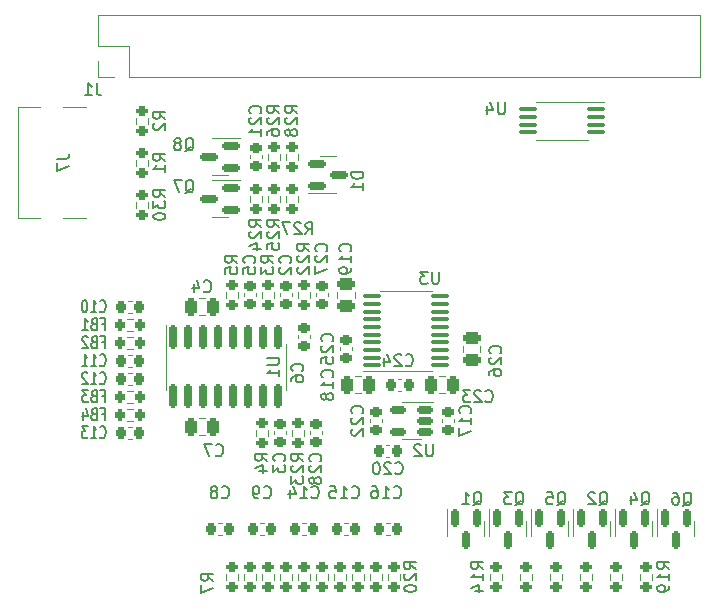
<source format=gbo>
G04 #@! TF.GenerationSoftware,KiCad,Pcbnew,(6.0.6)*
G04 #@! TF.CreationDate,2022-10-01T16:28:01+02:00*
G04 #@! TF.ProjectId,Phoniebox,50686f6e-6965-4626-9f78-2e6b69636164,rev?*
G04 #@! TF.SameCoordinates,Original*
G04 #@! TF.FileFunction,Legend,Bot*
G04 #@! TF.FilePolarity,Positive*
%FSLAX46Y46*%
G04 Gerber Fmt 4.6, Leading zero omitted, Abs format (unit mm)*
G04 Created by KiCad (PCBNEW (6.0.6)) date 2022-10-01 16:28:01*
%MOMM*%
%LPD*%
G01*
G04 APERTURE LIST*
G04 Aperture macros list*
%AMRoundRect*
0 Rectangle with rounded corners*
0 $1 Rounding radius*
0 $2 $3 $4 $5 $6 $7 $8 $9 X,Y pos of 4 corners*
0 Add a 4 corners polygon primitive as box body*
4,1,4,$2,$3,$4,$5,$6,$7,$8,$9,$2,$3,0*
0 Add four circle primitives for the rounded corners*
1,1,$1+$1,$2,$3*
1,1,$1+$1,$4,$5*
1,1,$1+$1,$6,$7*
1,1,$1+$1,$8,$9*
0 Add four rect primitives between the rounded corners*
20,1,$1+$1,$2,$3,$4,$5,0*
20,1,$1+$1,$4,$5,$6,$7,0*
20,1,$1+$1,$6,$7,$8,$9,0*
20,1,$1+$1,$8,$9,$2,$3,0*%
G04 Aperture macros list end*
%ADD10C,0.150000*%
%ADD11C,0.120000*%
%ADD12RoundRect,0.150000X0.512500X0.150000X-0.512500X0.150000X-0.512500X-0.150000X0.512500X-0.150000X0*%
%ADD13RoundRect,0.250000X-0.475000X0.250000X-0.475000X-0.250000X0.475000X-0.250000X0.475000X0.250000X0*%
%ADD14RoundRect,0.250000X-0.250000X-0.475000X0.250000X-0.475000X0.250000X0.475000X-0.250000X0.475000X0*%
%ADD15RoundRect,0.250000X0.475000X-0.250000X0.475000X0.250000X-0.475000X0.250000X-0.475000X-0.250000X0*%
%ADD16RoundRect,0.250000X0.250000X0.475000X-0.250000X0.475000X-0.250000X-0.475000X0.250000X-0.475000X0*%
%ADD17RoundRect,0.225000X-0.225000X-0.250000X0.225000X-0.250000X0.225000X0.250000X-0.225000X0.250000X0*%
%ADD18C,2.700000*%
%ADD19R,2.200000X2.200000*%
%ADD20C,2.200000*%
%ADD21R,1.700000X1.700000*%
%ADD22O,1.700000X1.700000*%
%ADD23RoundRect,0.225000X-0.250000X0.225000X-0.250000X-0.225000X0.250000X-0.225000X0.250000X0.225000X0*%
%ADD24RoundRect,0.200000X-0.275000X0.200000X-0.275000X-0.200000X0.275000X-0.200000X0.275000X0.200000X0*%
%ADD25RoundRect,0.150000X-0.150000X0.587500X-0.150000X-0.587500X0.150000X-0.587500X0.150000X0.587500X0*%
%ADD26RoundRect,0.100000X0.637500X0.100000X-0.637500X0.100000X-0.637500X-0.100000X0.637500X-0.100000X0*%
%ADD27RoundRect,0.200000X0.200000X0.275000X-0.200000X0.275000X-0.200000X-0.275000X0.200000X-0.275000X0*%
%ADD28RoundRect,0.200000X0.275000X-0.200000X0.275000X0.200000X-0.275000X0.200000X-0.275000X-0.200000X0*%
%ADD29RoundRect,0.100000X-0.637500X-0.100000X0.637500X-0.100000X0.637500X0.100000X-0.637500X0.100000X0*%
%ADD30RoundRect,0.225000X0.250000X-0.225000X0.250000X0.225000X-0.250000X0.225000X-0.250000X-0.225000X0*%
%ADD31RoundRect,0.150000X-0.150000X0.850000X-0.150000X-0.850000X0.150000X-0.850000X0.150000X0.850000X0*%
%ADD32RoundRect,0.225000X0.225000X0.250000X-0.225000X0.250000X-0.225000X-0.250000X0.225000X-0.250000X0*%
%ADD33RoundRect,0.150000X0.587500X0.150000X-0.587500X0.150000X-0.587500X-0.150000X0.587500X-0.150000X0*%
%ADD34C,0.650000*%
%ADD35R,1.450000X0.600000*%
%ADD36R,1.450000X0.300000*%
%ADD37O,2.100000X1.000000*%
%ADD38O,1.600000X1.000000*%
%ADD39RoundRect,0.150000X-0.587500X-0.150000X0.587500X-0.150000X0.587500X0.150000X-0.587500X0.150000X0*%
G04 APERTURE END LIST*
D10*
X135377811Y-81240380D02*
X135377811Y-82049904D01*
X135330192Y-82145142D01*
X135282573Y-82192761D01*
X135187335Y-82240380D01*
X134996859Y-82240380D01*
X134901621Y-82192761D01*
X134854002Y-82145142D01*
X134806383Y-82049904D01*
X134806383Y-81240380D01*
X134377811Y-81335619D02*
X134330192Y-81288000D01*
X134234954Y-81240380D01*
X133996859Y-81240380D01*
X133901621Y-81288000D01*
X133854002Y-81335619D01*
X133806383Y-81430857D01*
X133806383Y-81526095D01*
X133854002Y-81668952D01*
X134425430Y-82240380D01*
X133806383Y-82240380D01*
X141073142Y-73525142D02*
X141120761Y-73477523D01*
X141168380Y-73334666D01*
X141168380Y-73239428D01*
X141120761Y-73096571D01*
X141025523Y-73001333D01*
X140930285Y-72953714D01*
X140739809Y-72906095D01*
X140596952Y-72906095D01*
X140406476Y-72953714D01*
X140311238Y-73001333D01*
X140216000Y-73096571D01*
X140168380Y-73239428D01*
X140168380Y-73334666D01*
X140216000Y-73477523D01*
X140263619Y-73525142D01*
X140263619Y-73906095D02*
X140216000Y-73953714D01*
X140168380Y-74048952D01*
X140168380Y-74287047D01*
X140216000Y-74382285D01*
X140263619Y-74429904D01*
X140358857Y-74477523D01*
X140454095Y-74477523D01*
X140596952Y-74429904D01*
X141168380Y-73858476D01*
X141168380Y-74477523D01*
X140168380Y-75334666D02*
X140168380Y-75144190D01*
X140216000Y-75048952D01*
X140263619Y-75001333D01*
X140406476Y-74906095D01*
X140596952Y-74858476D01*
X140977904Y-74858476D01*
X141073142Y-74906095D01*
X141120761Y-74953714D01*
X141168380Y-75048952D01*
X141168380Y-75239428D01*
X141120761Y-75334666D01*
X141073142Y-75382285D01*
X140977904Y-75429904D01*
X140739809Y-75429904D01*
X140644571Y-75382285D01*
X140596952Y-75334666D01*
X140549333Y-75239428D01*
X140549333Y-75048952D01*
X140596952Y-74953714D01*
X140644571Y-74906095D01*
X140739809Y-74858476D01*
X139834857Y-77573142D02*
X139882476Y-77620761D01*
X140025333Y-77668380D01*
X140120571Y-77668380D01*
X140263428Y-77620761D01*
X140358666Y-77525523D01*
X140406285Y-77430285D01*
X140453904Y-77239809D01*
X140453904Y-77096952D01*
X140406285Y-76906476D01*
X140358666Y-76811238D01*
X140263428Y-76716000D01*
X140120571Y-76668380D01*
X140025333Y-76668380D01*
X139882476Y-76716000D01*
X139834857Y-76763619D01*
X139453904Y-76763619D02*
X139406285Y-76716000D01*
X139311047Y-76668380D01*
X139072952Y-76668380D01*
X138977714Y-76716000D01*
X138930095Y-76763619D01*
X138882476Y-76858857D01*
X138882476Y-76954095D01*
X138930095Y-77096952D01*
X139501523Y-77668380D01*
X138882476Y-77668380D01*
X138549142Y-76668380D02*
X137930095Y-76668380D01*
X138263428Y-77049333D01*
X138120571Y-77049333D01*
X138025333Y-77096952D01*
X137977714Y-77144571D01*
X137930095Y-77239809D01*
X137930095Y-77477904D01*
X137977714Y-77573142D01*
X138025333Y-77620761D01*
X138120571Y-77668380D01*
X138406285Y-77668380D01*
X138501523Y-77620761D01*
X138549142Y-77573142D01*
X128373142Y-64889142D02*
X128420761Y-64841523D01*
X128468380Y-64698666D01*
X128468380Y-64603428D01*
X128420761Y-64460571D01*
X128325523Y-64365333D01*
X128230285Y-64317714D01*
X128039809Y-64270095D01*
X127896952Y-64270095D01*
X127706476Y-64317714D01*
X127611238Y-64365333D01*
X127516000Y-64460571D01*
X127468380Y-64603428D01*
X127468380Y-64698666D01*
X127516000Y-64841523D01*
X127563619Y-64889142D01*
X128468380Y-65841523D02*
X128468380Y-65270095D01*
X128468380Y-65555809D02*
X127468380Y-65555809D01*
X127611238Y-65460571D01*
X127706476Y-65365333D01*
X127754095Y-65270095D01*
X128468380Y-66317714D02*
X128468380Y-66508190D01*
X128420761Y-66603428D01*
X128373142Y-66651047D01*
X128230285Y-66746285D01*
X128039809Y-66793904D01*
X127658857Y-66793904D01*
X127563619Y-66746285D01*
X127516000Y-66698666D01*
X127468380Y-66603428D01*
X127468380Y-66412952D01*
X127516000Y-66317714D01*
X127563619Y-66270095D01*
X127658857Y-66222476D01*
X127896952Y-66222476D01*
X127992190Y-66270095D01*
X128039809Y-66317714D01*
X128087428Y-66412952D01*
X128087428Y-66603428D01*
X128039809Y-66698666D01*
X127992190Y-66746285D01*
X127896952Y-66793904D01*
X126849142Y-75557142D02*
X126896761Y-75509523D01*
X126944380Y-75366666D01*
X126944380Y-75271428D01*
X126896761Y-75128571D01*
X126801523Y-75033333D01*
X126706285Y-74985714D01*
X126515809Y-74938095D01*
X126372952Y-74938095D01*
X126182476Y-74985714D01*
X126087238Y-75033333D01*
X125992000Y-75128571D01*
X125944380Y-75271428D01*
X125944380Y-75366666D01*
X125992000Y-75509523D01*
X126039619Y-75557142D01*
X126944380Y-76509523D02*
X126944380Y-75938095D01*
X126944380Y-76223809D02*
X125944380Y-76223809D01*
X126087238Y-76128571D01*
X126182476Y-76033333D01*
X126230095Y-75938095D01*
X126372952Y-77080952D02*
X126325333Y-76985714D01*
X126277714Y-76938095D01*
X126182476Y-76890476D01*
X126134857Y-76890476D01*
X126039619Y-76938095D01*
X125992000Y-76985714D01*
X125944380Y-77080952D01*
X125944380Y-77271428D01*
X125992000Y-77366666D01*
X126039619Y-77414285D01*
X126134857Y-77461904D01*
X126182476Y-77461904D01*
X126277714Y-77414285D01*
X126325333Y-77366666D01*
X126372952Y-77271428D01*
X126372952Y-77080952D01*
X126420571Y-76985714D01*
X126468190Y-76938095D01*
X126563428Y-76890476D01*
X126753904Y-76890476D01*
X126849142Y-76938095D01*
X126896761Y-76985714D01*
X126944380Y-77080952D01*
X126944380Y-77271428D01*
X126896761Y-77366666D01*
X126849142Y-77414285D01*
X126753904Y-77461904D01*
X126563428Y-77461904D01*
X126468190Y-77414285D01*
X126420571Y-77366666D01*
X126372952Y-77271428D01*
X107194285Y-80621142D02*
X107232380Y-80668761D01*
X107346666Y-80716380D01*
X107422857Y-80716380D01*
X107537142Y-80668761D01*
X107613333Y-80573523D01*
X107651428Y-80478285D01*
X107689523Y-80287809D01*
X107689523Y-80144952D01*
X107651428Y-79954476D01*
X107613333Y-79859238D01*
X107537142Y-79764000D01*
X107422857Y-79716380D01*
X107346666Y-79716380D01*
X107232380Y-79764000D01*
X107194285Y-79811619D01*
X106432380Y-80716380D02*
X106889523Y-80716380D01*
X106660952Y-80716380D02*
X106660952Y-79716380D01*
X106737142Y-79859238D01*
X106813333Y-79954476D01*
X106889523Y-80002095D01*
X106165714Y-79716380D02*
X105670476Y-79716380D01*
X105937142Y-80097333D01*
X105822857Y-80097333D01*
X105746666Y-80144952D01*
X105708571Y-80192571D01*
X105670476Y-80287809D01*
X105670476Y-80525904D01*
X105708571Y-80621142D01*
X105746666Y-80668761D01*
X105822857Y-80716380D01*
X106051428Y-80716380D01*
X106127619Y-80668761D01*
X106165714Y-80621142D01*
X107194285Y-76049142D02*
X107232380Y-76096761D01*
X107346666Y-76144380D01*
X107422857Y-76144380D01*
X107537142Y-76096761D01*
X107613333Y-76001523D01*
X107651428Y-75906285D01*
X107689523Y-75715809D01*
X107689523Y-75572952D01*
X107651428Y-75382476D01*
X107613333Y-75287238D01*
X107537142Y-75192000D01*
X107422857Y-75144380D01*
X107346666Y-75144380D01*
X107232380Y-75192000D01*
X107194285Y-75239619D01*
X106432380Y-76144380D02*
X106889523Y-76144380D01*
X106660952Y-76144380D02*
X106660952Y-75144380D01*
X106737142Y-75287238D01*
X106813333Y-75382476D01*
X106889523Y-75430095D01*
X106127619Y-75239619D02*
X106089523Y-75192000D01*
X106013333Y-75144380D01*
X105822857Y-75144380D01*
X105746666Y-75192000D01*
X105708571Y-75239619D01*
X105670476Y-75334857D01*
X105670476Y-75430095D01*
X105708571Y-75572952D01*
X106165714Y-76144380D01*
X105670476Y-76144380D01*
X107194285Y-74525142D02*
X107232380Y-74572761D01*
X107346666Y-74620380D01*
X107422857Y-74620380D01*
X107537142Y-74572761D01*
X107613333Y-74477523D01*
X107651428Y-74382285D01*
X107689523Y-74191809D01*
X107689523Y-74048952D01*
X107651428Y-73858476D01*
X107613333Y-73763238D01*
X107537142Y-73668000D01*
X107422857Y-73620380D01*
X107346666Y-73620380D01*
X107232380Y-73668000D01*
X107194285Y-73715619D01*
X106432380Y-74620380D02*
X106889523Y-74620380D01*
X106660952Y-74620380D02*
X106660952Y-73620380D01*
X106737142Y-73763238D01*
X106813333Y-73858476D01*
X106889523Y-73906095D01*
X105670476Y-74620380D02*
X106127619Y-74620380D01*
X105899047Y-74620380D02*
X105899047Y-73620380D01*
X105975238Y-73763238D01*
X106051428Y-73858476D01*
X106127619Y-73906095D01*
X107194285Y-69953142D02*
X107232380Y-70000761D01*
X107346666Y-70048380D01*
X107422857Y-70048380D01*
X107537142Y-70000761D01*
X107613333Y-69905523D01*
X107651428Y-69810285D01*
X107689523Y-69619809D01*
X107689523Y-69476952D01*
X107651428Y-69286476D01*
X107613333Y-69191238D01*
X107537142Y-69096000D01*
X107422857Y-69048380D01*
X107346666Y-69048380D01*
X107232380Y-69096000D01*
X107194285Y-69143619D01*
X106432380Y-70048380D02*
X106889523Y-70048380D01*
X106660952Y-70048380D02*
X106660952Y-69048380D01*
X106737142Y-69191238D01*
X106813333Y-69286476D01*
X106889523Y-69334095D01*
X105937142Y-69048380D02*
X105860952Y-69048380D01*
X105784761Y-69096000D01*
X105746666Y-69143619D01*
X105708571Y-69238857D01*
X105670476Y-69429333D01*
X105670476Y-69667428D01*
X105708571Y-69857904D01*
X105746666Y-69953142D01*
X105784761Y-70000761D01*
X105860952Y-70048380D01*
X105937142Y-70048380D01*
X106013333Y-70000761D01*
X106051428Y-69953142D01*
X106089523Y-69857904D01*
X106127619Y-69667428D01*
X106127619Y-69429333D01*
X106089523Y-69238857D01*
X106051428Y-69143619D01*
X106013333Y-69096000D01*
X105937142Y-69048380D01*
X117006666Y-82145142D02*
X117054285Y-82192761D01*
X117197142Y-82240380D01*
X117292380Y-82240380D01*
X117435238Y-82192761D01*
X117530476Y-82097523D01*
X117578095Y-82002285D01*
X117625714Y-81811809D01*
X117625714Y-81668952D01*
X117578095Y-81478476D01*
X117530476Y-81383238D01*
X117435238Y-81288000D01*
X117292380Y-81240380D01*
X117197142Y-81240380D01*
X117054285Y-81288000D01*
X117006666Y-81335619D01*
X116673333Y-81240380D02*
X116006666Y-81240380D01*
X116435238Y-82240380D01*
X115990666Y-68273142D02*
X116038285Y-68320761D01*
X116181142Y-68368380D01*
X116276380Y-68368380D01*
X116419238Y-68320761D01*
X116514476Y-68225523D01*
X116562095Y-68130285D01*
X116609714Y-67939809D01*
X116609714Y-67796952D01*
X116562095Y-67606476D01*
X116514476Y-67511238D01*
X116419238Y-67416000D01*
X116276380Y-67368380D01*
X116181142Y-67368380D01*
X116038285Y-67416000D01*
X115990666Y-67463619D01*
X115133523Y-67701714D02*
X115133523Y-68368380D01*
X115371619Y-67320761D02*
X115609714Y-68035047D01*
X114990666Y-68035047D01*
X106937333Y-50684380D02*
X106937333Y-51398666D01*
X106984952Y-51541523D01*
X107080190Y-51636761D01*
X107223047Y-51684380D01*
X107318285Y-51684380D01*
X105937333Y-51684380D02*
X106508761Y-51684380D01*
X106223047Y-51684380D02*
X106223047Y-50684380D01*
X106318285Y-50827238D01*
X106413523Y-50922476D01*
X106508761Y-50970095D01*
X124309142Y-75017333D02*
X124356761Y-74969714D01*
X124404380Y-74826857D01*
X124404380Y-74731619D01*
X124356761Y-74588761D01*
X124261523Y-74493523D01*
X124166285Y-74445904D01*
X123975809Y-74398285D01*
X123832952Y-74398285D01*
X123642476Y-74445904D01*
X123547238Y-74493523D01*
X123452000Y-74588761D01*
X123404380Y-74731619D01*
X123404380Y-74826857D01*
X123452000Y-74969714D01*
X123499619Y-75017333D01*
X123404380Y-75874476D02*
X123404380Y-75684000D01*
X123452000Y-75588761D01*
X123499619Y-75541142D01*
X123642476Y-75445904D01*
X123832952Y-75398285D01*
X124213904Y-75398285D01*
X124309142Y-75445904D01*
X124356761Y-75493523D01*
X124404380Y-75588761D01*
X124404380Y-75779238D01*
X124356761Y-75874476D01*
X124309142Y-75922095D01*
X124213904Y-75969714D01*
X123975809Y-75969714D01*
X123880571Y-75922095D01*
X123832952Y-75874476D01*
X123785333Y-75779238D01*
X123785333Y-75588761D01*
X123832952Y-75493523D01*
X123880571Y-75445904D01*
X123975809Y-75398285D01*
X122372380Y-53205142D02*
X121896190Y-52871809D01*
X122372380Y-52633714D02*
X121372380Y-52633714D01*
X121372380Y-53014666D01*
X121420000Y-53109904D01*
X121467619Y-53157523D01*
X121562857Y-53205142D01*
X121705714Y-53205142D01*
X121800952Y-53157523D01*
X121848571Y-53109904D01*
X121896190Y-53014666D01*
X121896190Y-52633714D01*
X121467619Y-53586095D02*
X121420000Y-53633714D01*
X121372380Y-53728952D01*
X121372380Y-53967047D01*
X121420000Y-54062285D01*
X121467619Y-54109904D01*
X121562857Y-54157523D01*
X121658095Y-54157523D01*
X121800952Y-54109904D01*
X122372380Y-53538476D01*
X122372380Y-54157523D01*
X121372380Y-55014666D02*
X121372380Y-54824190D01*
X121420000Y-54728952D01*
X121467619Y-54681333D01*
X121610476Y-54586095D01*
X121800952Y-54538476D01*
X122181904Y-54538476D01*
X122277142Y-54586095D01*
X122324761Y-54633714D01*
X122372380Y-54728952D01*
X122372380Y-54919428D01*
X122324761Y-55014666D01*
X122277142Y-55062285D01*
X122181904Y-55109904D01*
X121943809Y-55109904D01*
X121848571Y-55062285D01*
X121800952Y-55014666D01*
X121753333Y-54919428D01*
X121753333Y-54728952D01*
X121800952Y-54633714D01*
X121848571Y-54586095D01*
X121943809Y-54538476D01*
X126341142Y-64889142D02*
X126388761Y-64841523D01*
X126436380Y-64698666D01*
X126436380Y-64603428D01*
X126388761Y-64460571D01*
X126293523Y-64365333D01*
X126198285Y-64317714D01*
X126007809Y-64270095D01*
X125864952Y-64270095D01*
X125674476Y-64317714D01*
X125579238Y-64365333D01*
X125484000Y-64460571D01*
X125436380Y-64603428D01*
X125436380Y-64698666D01*
X125484000Y-64841523D01*
X125531619Y-64889142D01*
X125531619Y-65270095D02*
X125484000Y-65317714D01*
X125436380Y-65412952D01*
X125436380Y-65651047D01*
X125484000Y-65746285D01*
X125531619Y-65793904D01*
X125626857Y-65841523D01*
X125722095Y-65841523D01*
X125864952Y-65793904D01*
X126436380Y-65222476D01*
X126436380Y-65841523D01*
X125436380Y-66174857D02*
X125436380Y-66841523D01*
X126436380Y-66412952D01*
X142335238Y-86399619D02*
X142430476Y-86352000D01*
X142525714Y-86256761D01*
X142668571Y-86113904D01*
X142763809Y-86066285D01*
X142859047Y-86066285D01*
X142811428Y-86304380D02*
X142906666Y-86256761D01*
X143001904Y-86161523D01*
X143049523Y-85971047D01*
X143049523Y-85637714D01*
X143001904Y-85447238D01*
X142906666Y-85352000D01*
X142811428Y-85304380D01*
X142620952Y-85304380D01*
X142525714Y-85352000D01*
X142430476Y-85447238D01*
X142382857Y-85637714D01*
X142382857Y-85971047D01*
X142430476Y-86161523D01*
X142525714Y-86256761D01*
X142620952Y-86304380D01*
X142811428Y-86304380D01*
X142049523Y-85304380D02*
X141430476Y-85304380D01*
X141763809Y-85685333D01*
X141620952Y-85685333D01*
X141525714Y-85732952D01*
X141478095Y-85780571D01*
X141430476Y-85875809D01*
X141430476Y-86113904D01*
X141478095Y-86209142D01*
X141525714Y-86256761D01*
X141620952Y-86304380D01*
X141906666Y-86304380D01*
X142001904Y-86256761D01*
X142049523Y-86209142D01*
X141477904Y-52284380D02*
X141477904Y-53093904D01*
X141430285Y-53189142D01*
X141382666Y-53236761D01*
X141287428Y-53284380D01*
X141096952Y-53284380D01*
X141001714Y-53236761D01*
X140954095Y-53189142D01*
X140906476Y-53093904D01*
X140906476Y-52284380D01*
X140001714Y-52617714D02*
X140001714Y-53284380D01*
X140239809Y-52236761D02*
X140477904Y-52951047D01*
X139858857Y-52951047D01*
X120245142Y-65873333D02*
X120292761Y-65825714D01*
X120340380Y-65682857D01*
X120340380Y-65587619D01*
X120292761Y-65444761D01*
X120197523Y-65349523D01*
X120102285Y-65301904D01*
X119911809Y-65254285D01*
X119768952Y-65254285D01*
X119578476Y-65301904D01*
X119483238Y-65349523D01*
X119388000Y-65444761D01*
X119340380Y-65587619D01*
X119340380Y-65682857D01*
X119388000Y-65825714D01*
X119435619Y-65873333D01*
X119340380Y-66778095D02*
X119340380Y-66301904D01*
X119816571Y-66254285D01*
X119768952Y-66301904D01*
X119721333Y-66397142D01*
X119721333Y-66635238D01*
X119768952Y-66730476D01*
X119816571Y-66778095D01*
X119911809Y-66825714D01*
X120149904Y-66825714D01*
X120245142Y-66778095D01*
X120292761Y-66730476D01*
X120340380Y-66635238D01*
X120340380Y-66397142D01*
X120292761Y-66301904D01*
X120245142Y-66254285D01*
X107346666Y-78668571D02*
X107613333Y-78668571D01*
X107613333Y-79192380D02*
X107613333Y-78192380D01*
X107232380Y-78192380D01*
X106660952Y-78668571D02*
X106546666Y-78716190D01*
X106508571Y-78763809D01*
X106470476Y-78859047D01*
X106470476Y-79001904D01*
X106508571Y-79097142D01*
X106546666Y-79144761D01*
X106622857Y-79192380D01*
X106927619Y-79192380D01*
X106927619Y-78192380D01*
X106660952Y-78192380D01*
X106584761Y-78240000D01*
X106546666Y-78287619D01*
X106508571Y-78382857D01*
X106508571Y-78478095D01*
X106546666Y-78573333D01*
X106584761Y-78620952D01*
X106660952Y-78668571D01*
X106927619Y-78668571D01*
X105784761Y-78525714D02*
X105784761Y-79192380D01*
X105975238Y-78144761D02*
X106165714Y-78859047D01*
X105670476Y-78859047D01*
X112720380Y-60317142D02*
X112244190Y-59983809D01*
X112720380Y-59745714D02*
X111720380Y-59745714D01*
X111720380Y-60126666D01*
X111768000Y-60221904D01*
X111815619Y-60269523D01*
X111910857Y-60317142D01*
X112053714Y-60317142D01*
X112148952Y-60269523D01*
X112196571Y-60221904D01*
X112244190Y-60126666D01*
X112244190Y-59745714D01*
X111720380Y-60650476D02*
X111720380Y-61269523D01*
X112101333Y-60936190D01*
X112101333Y-61079047D01*
X112148952Y-61174285D01*
X112196571Y-61221904D01*
X112291809Y-61269523D01*
X112529904Y-61269523D01*
X112625142Y-61221904D01*
X112672761Y-61174285D01*
X112720380Y-61079047D01*
X112720380Y-60793333D01*
X112672761Y-60698095D01*
X112625142Y-60650476D01*
X111720380Y-61888571D02*
X111720380Y-61983809D01*
X111768000Y-62079047D01*
X111815619Y-62126666D01*
X111910857Y-62174285D01*
X112101333Y-62221904D01*
X112339428Y-62221904D01*
X112529904Y-62174285D01*
X112625142Y-62126666D01*
X112672761Y-62079047D01*
X112720380Y-61983809D01*
X112720380Y-61888571D01*
X112672761Y-61793333D01*
X112625142Y-61745714D01*
X112529904Y-61698095D01*
X112339428Y-61650476D01*
X112101333Y-61650476D01*
X111910857Y-61698095D01*
X111815619Y-61745714D01*
X111768000Y-61793333D01*
X111720380Y-61888571D01*
X112720380Y-53681333D02*
X112244190Y-53348000D01*
X112720380Y-53109904D02*
X111720380Y-53109904D01*
X111720380Y-53490857D01*
X111768000Y-53586095D01*
X111815619Y-53633714D01*
X111910857Y-53681333D01*
X112053714Y-53681333D01*
X112148952Y-53633714D01*
X112196571Y-53586095D01*
X112244190Y-53490857D01*
X112244190Y-53109904D01*
X111815619Y-54062285D02*
X111768000Y-54109904D01*
X111720380Y-54205142D01*
X111720380Y-54443238D01*
X111768000Y-54538476D01*
X111815619Y-54586095D01*
X111910857Y-54633714D01*
X112006095Y-54633714D01*
X112148952Y-54586095D01*
X112720380Y-54014666D01*
X112720380Y-54633714D01*
X156559238Y-86434619D02*
X156654476Y-86387000D01*
X156749714Y-86291761D01*
X156892571Y-86148904D01*
X156987809Y-86101285D01*
X157083047Y-86101285D01*
X157035428Y-86339380D02*
X157130666Y-86291761D01*
X157225904Y-86196523D01*
X157273523Y-86006047D01*
X157273523Y-85672714D01*
X157225904Y-85482238D01*
X157130666Y-85387000D01*
X157035428Y-85339380D01*
X156844952Y-85339380D01*
X156749714Y-85387000D01*
X156654476Y-85482238D01*
X156606857Y-85672714D01*
X156606857Y-86006047D01*
X156654476Y-86196523D01*
X156749714Y-86291761D01*
X156844952Y-86339380D01*
X157035428Y-86339380D01*
X155749714Y-85339380D02*
X155940190Y-85339380D01*
X156035428Y-85387000D01*
X156083047Y-85434619D01*
X156178285Y-85577476D01*
X156225904Y-85767952D01*
X156225904Y-86148904D01*
X156178285Y-86244142D01*
X156130666Y-86291761D01*
X156035428Y-86339380D01*
X155844952Y-86339380D01*
X155749714Y-86291761D01*
X155702095Y-86244142D01*
X155654476Y-86148904D01*
X155654476Y-85910809D01*
X155702095Y-85815571D01*
X155749714Y-85767952D01*
X155844952Y-85720333D01*
X156035428Y-85720333D01*
X156130666Y-85767952D01*
X156178285Y-85815571D01*
X156225904Y-85910809D01*
X155392380Y-91813142D02*
X154916190Y-91479809D01*
X155392380Y-91241714D02*
X154392380Y-91241714D01*
X154392380Y-91622666D01*
X154440000Y-91717904D01*
X154487619Y-91765523D01*
X154582857Y-91813142D01*
X154725714Y-91813142D01*
X154820952Y-91765523D01*
X154868571Y-91717904D01*
X154916190Y-91622666D01*
X154916190Y-91241714D01*
X155392380Y-92765523D02*
X155392380Y-92194095D01*
X155392380Y-92479809D02*
X154392380Y-92479809D01*
X154535238Y-92384571D01*
X154630476Y-92289333D01*
X154678095Y-92194095D01*
X155392380Y-93241714D02*
X155392380Y-93432190D01*
X155344761Y-93527428D01*
X155297142Y-93575047D01*
X155154285Y-93670285D01*
X154963809Y-93717904D01*
X154582857Y-93717904D01*
X154487619Y-93670285D01*
X154440000Y-93622666D01*
X154392380Y-93527428D01*
X154392380Y-93336952D01*
X154440000Y-93241714D01*
X154487619Y-93194095D01*
X154582857Y-93146476D01*
X154820952Y-93146476D01*
X154916190Y-93194095D01*
X154963809Y-93241714D01*
X155011428Y-93336952D01*
X155011428Y-93527428D01*
X154963809Y-93622666D01*
X154916190Y-93670285D01*
X154820952Y-93717904D01*
X107346666Y-72572571D02*
X107613333Y-72572571D01*
X107613333Y-73096380D02*
X107613333Y-72096380D01*
X107232380Y-72096380D01*
X106660952Y-72572571D02*
X106546666Y-72620190D01*
X106508571Y-72667809D01*
X106470476Y-72763047D01*
X106470476Y-72905904D01*
X106508571Y-73001142D01*
X106546666Y-73048761D01*
X106622857Y-73096380D01*
X106927619Y-73096380D01*
X106927619Y-72096380D01*
X106660952Y-72096380D01*
X106584761Y-72144000D01*
X106546666Y-72191619D01*
X106508571Y-72286857D01*
X106508571Y-72382095D01*
X106546666Y-72477333D01*
X106584761Y-72524952D01*
X106660952Y-72572571D01*
X106927619Y-72572571D01*
X106165714Y-72191619D02*
X106127619Y-72144000D01*
X106051428Y-72096380D01*
X105860952Y-72096380D01*
X105784761Y-72144000D01*
X105746666Y-72191619D01*
X105708571Y-72286857D01*
X105708571Y-72382095D01*
X105746666Y-72524952D01*
X106203809Y-73096380D01*
X105708571Y-73096380D01*
X133962380Y-91813142D02*
X133486190Y-91479809D01*
X133962380Y-91241714D02*
X132962380Y-91241714D01*
X132962380Y-91622666D01*
X133010000Y-91717904D01*
X133057619Y-91765523D01*
X133152857Y-91813142D01*
X133295714Y-91813142D01*
X133390952Y-91765523D01*
X133438571Y-91717904D01*
X133486190Y-91622666D01*
X133486190Y-91241714D01*
X133057619Y-92194095D02*
X133010000Y-92241714D01*
X132962380Y-92336952D01*
X132962380Y-92575047D01*
X133010000Y-92670285D01*
X133057619Y-92717904D01*
X133152857Y-92765523D01*
X133248095Y-92765523D01*
X133390952Y-92717904D01*
X133962380Y-92146476D01*
X133962380Y-92765523D01*
X132962380Y-93384571D02*
X132962380Y-93479809D01*
X133010000Y-93575047D01*
X133057619Y-93622666D01*
X133152857Y-93670285D01*
X133343333Y-93717904D01*
X133581428Y-93717904D01*
X133771904Y-93670285D01*
X133867142Y-93622666D01*
X133914761Y-93575047D01*
X133962380Y-93479809D01*
X133962380Y-93384571D01*
X133914761Y-93289333D01*
X133867142Y-93241714D01*
X133771904Y-93194095D01*
X133581428Y-93146476D01*
X133343333Y-93146476D01*
X133152857Y-93194095D01*
X133057619Y-93241714D01*
X133010000Y-93289333D01*
X132962380Y-93384571D01*
X135885811Y-66635380D02*
X135885811Y-67444904D01*
X135838192Y-67540142D01*
X135790573Y-67587761D01*
X135695335Y-67635380D01*
X135504859Y-67635380D01*
X135409621Y-67587761D01*
X135362002Y-67540142D01*
X135314383Y-67444904D01*
X135314383Y-66635380D01*
X134933430Y-66635380D02*
X134314383Y-66635380D01*
X134647716Y-67016333D01*
X134504859Y-67016333D01*
X134409621Y-67063952D01*
X134362002Y-67111571D01*
X134314383Y-67206809D01*
X134314383Y-67444904D01*
X134362002Y-67540142D01*
X134409621Y-67587761D01*
X134504859Y-67635380D01*
X134790573Y-67635380D01*
X134885811Y-67587761D01*
X134933430Y-67540142D01*
X138529049Y-78605142D02*
X138576668Y-78557523D01*
X138624287Y-78414666D01*
X138624287Y-78319428D01*
X138576668Y-78176571D01*
X138481430Y-78081333D01*
X138386192Y-78033714D01*
X138195716Y-77986095D01*
X138052859Y-77986095D01*
X137862383Y-78033714D01*
X137767145Y-78081333D01*
X137671907Y-78176571D01*
X137624287Y-78319428D01*
X137624287Y-78414666D01*
X137671907Y-78557523D01*
X137719526Y-78605142D01*
X138624287Y-79557523D02*
X138624287Y-78986095D01*
X138624287Y-79271809D02*
X137624287Y-79271809D01*
X137767145Y-79176571D01*
X137862383Y-79081333D01*
X137910002Y-78986095D01*
X137624287Y-79890857D02*
X137624287Y-80557523D01*
X138624287Y-80128952D01*
X149447238Y-86399619D02*
X149542476Y-86352000D01*
X149637714Y-86256761D01*
X149780571Y-86113904D01*
X149875809Y-86066285D01*
X149971047Y-86066285D01*
X149923428Y-86304380D02*
X150018666Y-86256761D01*
X150113904Y-86161523D01*
X150161523Y-85971047D01*
X150161523Y-85637714D01*
X150113904Y-85447238D01*
X150018666Y-85352000D01*
X149923428Y-85304380D01*
X149732952Y-85304380D01*
X149637714Y-85352000D01*
X149542476Y-85447238D01*
X149494857Y-85637714D01*
X149494857Y-85971047D01*
X149542476Y-86161523D01*
X149637714Y-86256761D01*
X149732952Y-86304380D01*
X149923428Y-86304380D01*
X149113904Y-85399619D02*
X149066285Y-85352000D01*
X148971047Y-85304380D01*
X148732952Y-85304380D01*
X148637714Y-85352000D01*
X148590095Y-85399619D01*
X148542476Y-85494857D01*
X148542476Y-85590095D01*
X148590095Y-85732952D01*
X149161523Y-86304380D01*
X148542476Y-86304380D01*
X145891238Y-86399619D02*
X145986476Y-86352000D01*
X146081714Y-86256761D01*
X146224571Y-86113904D01*
X146319809Y-86066285D01*
X146415047Y-86066285D01*
X146367428Y-86304380D02*
X146462666Y-86256761D01*
X146557904Y-86161523D01*
X146605523Y-85971047D01*
X146605523Y-85637714D01*
X146557904Y-85447238D01*
X146462666Y-85352000D01*
X146367428Y-85304380D01*
X146176952Y-85304380D01*
X146081714Y-85352000D01*
X145986476Y-85447238D01*
X145938857Y-85637714D01*
X145938857Y-85971047D01*
X145986476Y-86161523D01*
X146081714Y-86256761D01*
X146176952Y-86304380D01*
X146367428Y-86304380D01*
X145034095Y-85304380D02*
X145510285Y-85304380D01*
X145557904Y-85780571D01*
X145510285Y-85732952D01*
X145415047Y-85685333D01*
X145176952Y-85685333D01*
X145081714Y-85732952D01*
X145034095Y-85780571D01*
X144986476Y-85875809D01*
X144986476Y-86113904D01*
X145034095Y-86209142D01*
X145081714Y-86256761D01*
X145176952Y-86304380D01*
X145415047Y-86304380D01*
X145510285Y-86256761D01*
X145557904Y-86209142D01*
X121372380Y-73914095D02*
X122181904Y-73914095D01*
X122277142Y-73961714D01*
X122324761Y-74009333D01*
X122372380Y-74104571D01*
X122372380Y-74295047D01*
X122324761Y-74390285D01*
X122277142Y-74437904D01*
X122181904Y-74485523D01*
X121372380Y-74485523D01*
X122372380Y-75485523D02*
X122372380Y-74914095D01*
X122372380Y-75199809D02*
X121372380Y-75199809D01*
X121515238Y-75104571D01*
X121610476Y-75009333D01*
X121658095Y-74914095D01*
X125102857Y-85701142D02*
X125150476Y-85748761D01*
X125293333Y-85796380D01*
X125388571Y-85796380D01*
X125531428Y-85748761D01*
X125626666Y-85653523D01*
X125674285Y-85558285D01*
X125721904Y-85367809D01*
X125721904Y-85224952D01*
X125674285Y-85034476D01*
X125626666Y-84939238D01*
X125531428Y-84844000D01*
X125388571Y-84796380D01*
X125293333Y-84796380D01*
X125150476Y-84844000D01*
X125102857Y-84891619D01*
X124150476Y-85796380D02*
X124721904Y-85796380D01*
X124436190Y-85796380D02*
X124436190Y-84796380D01*
X124531428Y-84939238D01*
X124626666Y-85034476D01*
X124721904Y-85082095D01*
X123293333Y-85129714D02*
X123293333Y-85796380D01*
X123531428Y-84748761D02*
X123769523Y-85463047D01*
X123150476Y-85463047D01*
X121070666Y-85701142D02*
X121118285Y-85748761D01*
X121261142Y-85796380D01*
X121356380Y-85796380D01*
X121499238Y-85748761D01*
X121594476Y-85653523D01*
X121642095Y-85558285D01*
X121689714Y-85367809D01*
X121689714Y-85224952D01*
X121642095Y-85034476D01*
X121594476Y-84939238D01*
X121499238Y-84844000D01*
X121356380Y-84796380D01*
X121261142Y-84796380D01*
X121118285Y-84844000D01*
X121070666Y-84891619D01*
X120594476Y-85796380D02*
X120404000Y-85796380D01*
X120308761Y-85748761D01*
X120261142Y-85701142D01*
X120165904Y-85558285D01*
X120118285Y-85367809D01*
X120118285Y-84986857D01*
X120165904Y-84891619D01*
X120213523Y-84844000D01*
X120308761Y-84796380D01*
X120499238Y-84796380D01*
X120594476Y-84844000D01*
X120642095Y-84891619D01*
X120689714Y-84986857D01*
X120689714Y-85224952D01*
X120642095Y-85320190D01*
X120594476Y-85367809D01*
X120499238Y-85415428D01*
X120308761Y-85415428D01*
X120213523Y-85367809D01*
X120165904Y-85320190D01*
X120118285Y-85224952D01*
X129385049Y-78605142D02*
X129432668Y-78557523D01*
X129480287Y-78414666D01*
X129480287Y-78319428D01*
X129432668Y-78176571D01*
X129337430Y-78081333D01*
X129242192Y-78033714D01*
X129051716Y-77986095D01*
X128908859Y-77986095D01*
X128718383Y-78033714D01*
X128623145Y-78081333D01*
X128527907Y-78176571D01*
X128480287Y-78319428D01*
X128480287Y-78414666D01*
X128527907Y-78557523D01*
X128575526Y-78605142D01*
X128575526Y-78986095D02*
X128527907Y-79033714D01*
X128480287Y-79128952D01*
X128480287Y-79367047D01*
X128527907Y-79462285D01*
X128575526Y-79509904D01*
X128670764Y-79557523D01*
X128766002Y-79557523D01*
X128908859Y-79509904D01*
X129480287Y-78938476D01*
X129480287Y-79557523D01*
X128575526Y-79938476D02*
X128527907Y-79986095D01*
X128480287Y-80081333D01*
X128480287Y-80319428D01*
X128527907Y-80414666D01*
X128575526Y-80462285D01*
X128670764Y-80509904D01*
X128766002Y-80509904D01*
X128908859Y-80462285D01*
X129480287Y-79890857D01*
X129480287Y-80509904D01*
X107346666Y-71048571D02*
X107613333Y-71048571D01*
X107613333Y-71572380D02*
X107613333Y-70572380D01*
X107232380Y-70572380D01*
X106660952Y-71048571D02*
X106546666Y-71096190D01*
X106508571Y-71143809D01*
X106470476Y-71239047D01*
X106470476Y-71381904D01*
X106508571Y-71477142D01*
X106546666Y-71524761D01*
X106622857Y-71572380D01*
X106927619Y-71572380D01*
X106927619Y-70572380D01*
X106660952Y-70572380D01*
X106584761Y-70620000D01*
X106546666Y-70667619D01*
X106508571Y-70762857D01*
X106508571Y-70858095D01*
X106546666Y-70953333D01*
X106584761Y-71000952D01*
X106660952Y-71048571D01*
X106927619Y-71048571D01*
X105708571Y-71572380D02*
X106165714Y-71572380D01*
X105937142Y-71572380D02*
X105937142Y-70572380D01*
X106013333Y-70715238D01*
X106089523Y-70810476D01*
X106165714Y-70858095D01*
X126845049Y-72509142D02*
X126892668Y-72461523D01*
X126940287Y-72318666D01*
X126940287Y-72223428D01*
X126892668Y-72080571D01*
X126797430Y-71985333D01*
X126702192Y-71937714D01*
X126511716Y-71890095D01*
X126368859Y-71890095D01*
X126178383Y-71937714D01*
X126083145Y-71985333D01*
X125987907Y-72080571D01*
X125940287Y-72223428D01*
X125940287Y-72318666D01*
X125987907Y-72461523D01*
X126035526Y-72509142D01*
X126035526Y-72890095D02*
X125987907Y-72937714D01*
X125940287Y-73032952D01*
X125940287Y-73271047D01*
X125987907Y-73366285D01*
X126035526Y-73413904D01*
X126130764Y-73461523D01*
X126226002Y-73461523D01*
X126368859Y-73413904D01*
X126940287Y-72842476D01*
X126940287Y-73461523D01*
X125940287Y-74366285D02*
X125940287Y-73890095D01*
X126416478Y-73842476D01*
X126368859Y-73890095D01*
X126321240Y-73985333D01*
X126321240Y-74223428D01*
X126368859Y-74318666D01*
X126416478Y-74366285D01*
X126511716Y-74413904D01*
X126749811Y-74413904D01*
X126845049Y-74366285D01*
X126892668Y-74318666D01*
X126940287Y-74223428D01*
X126940287Y-73985333D01*
X126892668Y-73890095D01*
X126845049Y-73842476D01*
X122372380Y-62857142D02*
X121896190Y-62523809D01*
X122372380Y-62285714D02*
X121372380Y-62285714D01*
X121372380Y-62666666D01*
X121420000Y-62761904D01*
X121467619Y-62809523D01*
X121562857Y-62857142D01*
X121705714Y-62857142D01*
X121800952Y-62809523D01*
X121848571Y-62761904D01*
X121896190Y-62666666D01*
X121896190Y-62285714D01*
X121467619Y-63238095D02*
X121420000Y-63285714D01*
X121372380Y-63380952D01*
X121372380Y-63619047D01*
X121420000Y-63714285D01*
X121467619Y-63761904D01*
X121562857Y-63809523D01*
X121658095Y-63809523D01*
X121800952Y-63761904D01*
X122372380Y-63190476D01*
X122372380Y-63809523D01*
X121372380Y-64714285D02*
X121372380Y-64238095D01*
X121848571Y-64190476D01*
X121800952Y-64238095D01*
X121753333Y-64333333D01*
X121753333Y-64571428D01*
X121800952Y-64666666D01*
X121848571Y-64714285D01*
X121943809Y-64761904D01*
X122181904Y-64761904D01*
X122277142Y-64714285D01*
X122324761Y-64666666D01*
X122372380Y-64571428D01*
X122372380Y-64333333D01*
X122324761Y-64238095D01*
X122277142Y-64190476D01*
X114395238Y-56427619D02*
X114490476Y-56380000D01*
X114585714Y-56284761D01*
X114728571Y-56141904D01*
X114823809Y-56094285D01*
X114919047Y-56094285D01*
X114871428Y-56332380D02*
X114966666Y-56284761D01*
X115061904Y-56189523D01*
X115109523Y-55999047D01*
X115109523Y-55665714D01*
X115061904Y-55475238D01*
X114966666Y-55380000D01*
X114871428Y-55332380D01*
X114680952Y-55332380D01*
X114585714Y-55380000D01*
X114490476Y-55475238D01*
X114442857Y-55665714D01*
X114442857Y-55999047D01*
X114490476Y-56189523D01*
X114585714Y-56284761D01*
X114680952Y-56332380D01*
X114871428Y-56332380D01*
X113871428Y-55760952D02*
X113966666Y-55713333D01*
X114014285Y-55665714D01*
X114061904Y-55570476D01*
X114061904Y-55522857D01*
X114014285Y-55427619D01*
X113966666Y-55380000D01*
X113871428Y-55332380D01*
X113680952Y-55332380D01*
X113585714Y-55380000D01*
X113538095Y-55427619D01*
X113490476Y-55522857D01*
X113490476Y-55570476D01*
X113538095Y-55665714D01*
X113585714Y-55713333D01*
X113680952Y-55760952D01*
X113871428Y-55760952D01*
X113966666Y-55808571D01*
X114014285Y-55856190D01*
X114061904Y-55951428D01*
X114061904Y-56141904D01*
X114014285Y-56237142D01*
X113966666Y-56284761D01*
X113871428Y-56332380D01*
X113680952Y-56332380D01*
X113585714Y-56284761D01*
X113538095Y-56237142D01*
X113490476Y-56141904D01*
X113490476Y-55951428D01*
X113538095Y-55856190D01*
X113585714Y-55808571D01*
X113680952Y-55760952D01*
X132210764Y-83669142D02*
X132258383Y-83716761D01*
X132401240Y-83764380D01*
X132496478Y-83764380D01*
X132639335Y-83716761D01*
X132734573Y-83621523D01*
X132782192Y-83526285D01*
X132829811Y-83335809D01*
X132829811Y-83192952D01*
X132782192Y-83002476D01*
X132734573Y-82907238D01*
X132639335Y-82812000D01*
X132496478Y-82764380D01*
X132401240Y-82764380D01*
X132258383Y-82812000D01*
X132210764Y-82859619D01*
X131829811Y-82859619D02*
X131782192Y-82812000D01*
X131686954Y-82764380D01*
X131448859Y-82764380D01*
X131353621Y-82812000D01*
X131306002Y-82859619D01*
X131258383Y-82954857D01*
X131258383Y-83050095D01*
X131306002Y-83192952D01*
X131877430Y-83764380D01*
X131258383Y-83764380D01*
X130639335Y-82764380D02*
X130544097Y-82764380D01*
X130448859Y-82812000D01*
X130401240Y-82859619D01*
X130353621Y-82954857D01*
X130306002Y-83145333D01*
X130306002Y-83383428D01*
X130353621Y-83573904D01*
X130401240Y-83669142D01*
X130448859Y-83716761D01*
X130544097Y-83764380D01*
X130639335Y-83764380D01*
X130734573Y-83716761D01*
X130782192Y-83669142D01*
X130829811Y-83573904D01*
X130877430Y-83383428D01*
X130877430Y-83145333D01*
X130829811Y-82954857D01*
X130782192Y-82859619D01*
X130734573Y-82812000D01*
X130639335Y-82764380D01*
X139644380Y-91813142D02*
X139168190Y-91479809D01*
X139644380Y-91241714D02*
X138644380Y-91241714D01*
X138644380Y-91622666D01*
X138692000Y-91717904D01*
X138739619Y-91765523D01*
X138834857Y-91813142D01*
X138977714Y-91813142D01*
X139072952Y-91765523D01*
X139120571Y-91717904D01*
X139168190Y-91622666D01*
X139168190Y-91241714D01*
X139644380Y-92765523D02*
X139644380Y-92194095D01*
X139644380Y-92479809D02*
X138644380Y-92479809D01*
X138787238Y-92384571D01*
X138882476Y-92289333D01*
X138930095Y-92194095D01*
X138977714Y-93622666D02*
X139644380Y-93622666D01*
X138596761Y-93384571D02*
X139311047Y-93146476D01*
X139311047Y-93765523D01*
X124912380Y-64889142D02*
X124436190Y-64555809D01*
X124912380Y-64317714D02*
X123912380Y-64317714D01*
X123912380Y-64698666D01*
X123960000Y-64793904D01*
X124007619Y-64841523D01*
X124102857Y-64889142D01*
X124245714Y-64889142D01*
X124340952Y-64841523D01*
X124388571Y-64793904D01*
X124436190Y-64698666D01*
X124436190Y-64317714D01*
X124007619Y-65270095D02*
X123960000Y-65317714D01*
X123912380Y-65412952D01*
X123912380Y-65651047D01*
X123960000Y-65746285D01*
X124007619Y-65793904D01*
X124102857Y-65841523D01*
X124198095Y-65841523D01*
X124340952Y-65793904D01*
X124912380Y-65222476D01*
X124912380Y-65841523D01*
X124007619Y-66222476D02*
X123960000Y-66270095D01*
X123912380Y-66365333D01*
X123912380Y-66603428D01*
X123960000Y-66698666D01*
X124007619Y-66746285D01*
X124102857Y-66793904D01*
X124198095Y-66793904D01*
X124340952Y-66746285D01*
X124912380Y-66174857D01*
X124912380Y-66793904D01*
X123293142Y-65873333D02*
X123340761Y-65825714D01*
X123388380Y-65682857D01*
X123388380Y-65587619D01*
X123340761Y-65444761D01*
X123245523Y-65349523D01*
X123150285Y-65301904D01*
X122959809Y-65254285D01*
X122816952Y-65254285D01*
X122626476Y-65301904D01*
X122531238Y-65349523D01*
X122436000Y-65444761D01*
X122388380Y-65587619D01*
X122388380Y-65682857D01*
X122436000Y-65825714D01*
X122483619Y-65873333D01*
X122483619Y-66254285D02*
X122436000Y-66301904D01*
X122388380Y-66397142D01*
X122388380Y-66635238D01*
X122436000Y-66730476D01*
X122483619Y-66778095D01*
X122578857Y-66825714D01*
X122674095Y-66825714D01*
X122816952Y-66778095D01*
X123388380Y-66206666D01*
X123388380Y-66825714D01*
X124594857Y-63444380D02*
X124928190Y-62968190D01*
X125166285Y-63444380D02*
X125166285Y-62444380D01*
X124785333Y-62444380D01*
X124690095Y-62492000D01*
X124642476Y-62539619D01*
X124594857Y-62634857D01*
X124594857Y-62777714D01*
X124642476Y-62872952D01*
X124690095Y-62920571D01*
X124785333Y-62968190D01*
X125166285Y-62968190D01*
X124213904Y-62539619D02*
X124166285Y-62492000D01*
X124071047Y-62444380D01*
X123832952Y-62444380D01*
X123737714Y-62492000D01*
X123690095Y-62539619D01*
X123642476Y-62634857D01*
X123642476Y-62730095D01*
X123690095Y-62872952D01*
X124261523Y-63444380D01*
X123642476Y-63444380D01*
X123309142Y-62444380D02*
X122642476Y-62444380D01*
X123071047Y-63444380D01*
X120753142Y-53205142D02*
X120800761Y-53157523D01*
X120848380Y-53014666D01*
X120848380Y-52919428D01*
X120800761Y-52776571D01*
X120705523Y-52681333D01*
X120610285Y-52633714D01*
X120419809Y-52586095D01*
X120276952Y-52586095D01*
X120086476Y-52633714D01*
X119991238Y-52681333D01*
X119896000Y-52776571D01*
X119848380Y-52919428D01*
X119848380Y-53014666D01*
X119896000Y-53157523D01*
X119943619Y-53205142D01*
X119943619Y-53586095D02*
X119896000Y-53633714D01*
X119848380Y-53728952D01*
X119848380Y-53967047D01*
X119896000Y-54062285D01*
X119943619Y-54109904D01*
X120038857Y-54157523D01*
X120134095Y-54157523D01*
X120276952Y-54109904D01*
X120848380Y-53538476D01*
X120848380Y-54157523D01*
X120848380Y-55109904D02*
X120848380Y-54538476D01*
X120848380Y-54824190D02*
X119848380Y-54824190D01*
X119991238Y-54728952D01*
X120086476Y-54633714D01*
X120134095Y-54538476D01*
X128518277Y-85701142D02*
X128565896Y-85748761D01*
X128708753Y-85796380D01*
X128803991Y-85796380D01*
X128946848Y-85748761D01*
X129042086Y-85653523D01*
X129089705Y-85558285D01*
X129137324Y-85367809D01*
X129137324Y-85224952D01*
X129089705Y-85034476D01*
X129042086Y-84939238D01*
X128946848Y-84844000D01*
X128803991Y-84796380D01*
X128708753Y-84796380D01*
X128565896Y-84844000D01*
X128518277Y-84891619D01*
X127565896Y-85796380D02*
X128137324Y-85796380D01*
X127851610Y-85796380D02*
X127851610Y-84796380D01*
X127946848Y-84939238D01*
X128042086Y-85034476D01*
X128137324Y-85082095D01*
X126661134Y-84796380D02*
X127137324Y-84796380D01*
X127184943Y-85272571D01*
X127137324Y-85224952D01*
X127042086Y-85177333D01*
X126803991Y-85177333D01*
X126708753Y-85224952D01*
X126661134Y-85272571D01*
X126613515Y-85367809D01*
X126613515Y-85605904D01*
X126661134Y-85701142D01*
X126708753Y-85748761D01*
X126803991Y-85796380D01*
X127042086Y-85796380D01*
X127137324Y-85748761D01*
X127184943Y-85701142D01*
X123896380Y-53205142D02*
X123420190Y-52871809D01*
X123896380Y-52633714D02*
X122896380Y-52633714D01*
X122896380Y-53014666D01*
X122944000Y-53109904D01*
X122991619Y-53157523D01*
X123086857Y-53205142D01*
X123229714Y-53205142D01*
X123324952Y-53157523D01*
X123372571Y-53109904D01*
X123420190Y-53014666D01*
X123420190Y-52633714D01*
X122991619Y-53586095D02*
X122944000Y-53633714D01*
X122896380Y-53728952D01*
X122896380Y-53967047D01*
X122944000Y-54062285D01*
X122991619Y-54109904D01*
X123086857Y-54157523D01*
X123182095Y-54157523D01*
X123324952Y-54109904D01*
X123896380Y-53538476D01*
X123896380Y-54157523D01*
X123324952Y-54728952D02*
X123277333Y-54633714D01*
X123229714Y-54586095D01*
X123134476Y-54538476D01*
X123086857Y-54538476D01*
X122991619Y-54586095D01*
X122944000Y-54633714D01*
X122896380Y-54728952D01*
X122896380Y-54919428D01*
X122944000Y-55014666D01*
X122991619Y-55062285D01*
X123086857Y-55109904D01*
X123134476Y-55109904D01*
X123229714Y-55062285D01*
X123277333Y-55014666D01*
X123324952Y-54919428D01*
X123324952Y-54728952D01*
X123372571Y-54633714D01*
X123420190Y-54586095D01*
X123515428Y-54538476D01*
X123705904Y-54538476D01*
X123801142Y-54586095D01*
X123848761Y-54633714D01*
X123896380Y-54728952D01*
X123896380Y-54919428D01*
X123848761Y-55014666D01*
X123801142Y-55062285D01*
X123705904Y-55109904D01*
X123515428Y-55109904D01*
X123420190Y-55062285D01*
X123372571Y-55014666D01*
X123324952Y-54919428D01*
X103592380Y-57070666D02*
X104306666Y-57070666D01*
X104449523Y-57023047D01*
X104544761Y-56927809D01*
X104592380Y-56784952D01*
X104592380Y-56689714D01*
X103592380Y-57451619D02*
X103592380Y-58118285D01*
X104592380Y-57689714D01*
X121864380Y-65873333D02*
X121388190Y-65540000D01*
X121864380Y-65301904D02*
X120864380Y-65301904D01*
X120864380Y-65682857D01*
X120912000Y-65778095D01*
X120959619Y-65825714D01*
X121054857Y-65873333D01*
X121197714Y-65873333D01*
X121292952Y-65825714D01*
X121340571Y-65778095D01*
X121388190Y-65682857D01*
X121388190Y-65301904D01*
X120864380Y-66206666D02*
X120864380Y-66825714D01*
X121245333Y-66492380D01*
X121245333Y-66635238D01*
X121292952Y-66730476D01*
X121340571Y-66778095D01*
X121435809Y-66825714D01*
X121673904Y-66825714D01*
X121769142Y-66778095D01*
X121816761Y-66730476D01*
X121864380Y-66635238D01*
X121864380Y-66349523D01*
X121816761Y-66254285D01*
X121769142Y-66206666D01*
X138779238Y-86399619D02*
X138874476Y-86352000D01*
X138969714Y-86256761D01*
X139112571Y-86113904D01*
X139207809Y-86066285D01*
X139303047Y-86066285D01*
X139255428Y-86304380D02*
X139350666Y-86256761D01*
X139445904Y-86161523D01*
X139493523Y-85971047D01*
X139493523Y-85637714D01*
X139445904Y-85447238D01*
X139350666Y-85352000D01*
X139255428Y-85304380D01*
X139064952Y-85304380D01*
X138969714Y-85352000D01*
X138874476Y-85447238D01*
X138826857Y-85637714D01*
X138826857Y-85971047D01*
X138874476Y-86161523D01*
X138969714Y-86256761D01*
X139064952Y-86304380D01*
X139255428Y-86304380D01*
X137874476Y-86304380D02*
X138445904Y-86304380D01*
X138160190Y-86304380D02*
X138160190Y-85304380D01*
X138255428Y-85447238D01*
X138350666Y-85542476D01*
X138445904Y-85590095D01*
X116784380Y-92797333D02*
X116308190Y-92464000D01*
X116784380Y-92225904D02*
X115784380Y-92225904D01*
X115784380Y-92606857D01*
X115832000Y-92702095D01*
X115879619Y-92749714D01*
X115974857Y-92797333D01*
X116117714Y-92797333D01*
X116212952Y-92749714D01*
X116260571Y-92702095D01*
X116308190Y-92606857D01*
X116308190Y-92225904D01*
X115784380Y-93130666D02*
X115784380Y-93797333D01*
X116784380Y-93368761D01*
X117514666Y-85701142D02*
X117562285Y-85748761D01*
X117705142Y-85796380D01*
X117800380Y-85796380D01*
X117943238Y-85748761D01*
X118038476Y-85653523D01*
X118086095Y-85558285D01*
X118133714Y-85367809D01*
X118133714Y-85224952D01*
X118086095Y-85034476D01*
X118038476Y-84939238D01*
X117943238Y-84844000D01*
X117800380Y-84796380D01*
X117705142Y-84796380D01*
X117562285Y-84844000D01*
X117514666Y-84891619D01*
X116943238Y-85224952D02*
X117038476Y-85177333D01*
X117086095Y-85129714D01*
X117133714Y-85034476D01*
X117133714Y-84986857D01*
X117086095Y-84891619D01*
X117038476Y-84844000D01*
X116943238Y-84796380D01*
X116752761Y-84796380D01*
X116657523Y-84844000D01*
X116609904Y-84891619D01*
X116562285Y-84986857D01*
X116562285Y-85034476D01*
X116609904Y-85129714D01*
X116657523Y-85177333D01*
X116752761Y-85224952D01*
X116943238Y-85224952D01*
X117038476Y-85272571D01*
X117086095Y-85320190D01*
X117133714Y-85415428D01*
X117133714Y-85605904D01*
X117086095Y-85701142D01*
X117038476Y-85748761D01*
X116943238Y-85796380D01*
X116752761Y-85796380D01*
X116657523Y-85748761D01*
X116609904Y-85701142D01*
X116562285Y-85605904D01*
X116562285Y-85415428D01*
X116609904Y-85320190D01*
X116657523Y-85272571D01*
X116752761Y-85224952D01*
X132074277Y-85701142D02*
X132121896Y-85748761D01*
X132264753Y-85796380D01*
X132359991Y-85796380D01*
X132502848Y-85748761D01*
X132598086Y-85653523D01*
X132645705Y-85558285D01*
X132693324Y-85367809D01*
X132693324Y-85224952D01*
X132645705Y-85034476D01*
X132598086Y-84939238D01*
X132502848Y-84844000D01*
X132359991Y-84796380D01*
X132264753Y-84796380D01*
X132121896Y-84844000D01*
X132074277Y-84891619D01*
X131121896Y-85796380D02*
X131693324Y-85796380D01*
X131407610Y-85796380D02*
X131407610Y-84796380D01*
X131502848Y-84939238D01*
X131598086Y-85034476D01*
X131693324Y-85082095D01*
X130264753Y-84796380D02*
X130455229Y-84796380D01*
X130550467Y-84844000D01*
X130598086Y-84891619D01*
X130693324Y-85034476D01*
X130740943Y-85224952D01*
X130740943Y-85605904D01*
X130693324Y-85701142D01*
X130645705Y-85748761D01*
X130550467Y-85796380D01*
X130359991Y-85796380D01*
X130264753Y-85748761D01*
X130217134Y-85701142D01*
X130169515Y-85605904D01*
X130169515Y-85367809D01*
X130217134Y-85272571D01*
X130264753Y-85224952D01*
X130359991Y-85177333D01*
X130550467Y-85177333D01*
X130645705Y-85224952D01*
X130693324Y-85272571D01*
X130740943Y-85367809D01*
X153003238Y-86399619D02*
X153098476Y-86352000D01*
X153193714Y-86256761D01*
X153336571Y-86113904D01*
X153431809Y-86066285D01*
X153527047Y-86066285D01*
X153479428Y-86304380D02*
X153574666Y-86256761D01*
X153669904Y-86161523D01*
X153717523Y-85971047D01*
X153717523Y-85637714D01*
X153669904Y-85447238D01*
X153574666Y-85352000D01*
X153479428Y-85304380D01*
X153288952Y-85304380D01*
X153193714Y-85352000D01*
X153098476Y-85447238D01*
X153050857Y-85637714D01*
X153050857Y-85971047D01*
X153098476Y-86161523D01*
X153193714Y-86256761D01*
X153288952Y-86304380D01*
X153479428Y-86304380D01*
X152193714Y-85637714D02*
X152193714Y-86304380D01*
X152431809Y-85256761D02*
X152669904Y-85971047D01*
X152050857Y-85971047D01*
X122785142Y-82637333D02*
X122832761Y-82589714D01*
X122880380Y-82446857D01*
X122880380Y-82351619D01*
X122832761Y-82208761D01*
X122737523Y-82113523D01*
X122642285Y-82065904D01*
X122451809Y-82018285D01*
X122308952Y-82018285D01*
X122118476Y-82065904D01*
X122023238Y-82113523D01*
X121928000Y-82208761D01*
X121880380Y-82351619D01*
X121880380Y-82446857D01*
X121928000Y-82589714D01*
X121975619Y-82637333D01*
X121880380Y-82970666D02*
X121880380Y-83589714D01*
X122261333Y-83256380D01*
X122261333Y-83399238D01*
X122308952Y-83494476D01*
X122356571Y-83542095D01*
X122451809Y-83589714D01*
X122689904Y-83589714D01*
X122785142Y-83542095D01*
X122832761Y-83494476D01*
X122880380Y-83399238D01*
X122880380Y-83113523D01*
X122832761Y-83018285D01*
X122785142Y-82970666D01*
X129484380Y-58189904D02*
X128484380Y-58189904D01*
X128484380Y-58428000D01*
X128532000Y-58570857D01*
X128627238Y-58666095D01*
X128722476Y-58713714D01*
X128912952Y-58761333D01*
X129055809Y-58761333D01*
X129246285Y-58713714D01*
X129341523Y-58666095D01*
X129436761Y-58570857D01*
X129484380Y-58428000D01*
X129484380Y-58189904D01*
X129484380Y-59713714D02*
X129484380Y-59142285D01*
X129484380Y-59428000D02*
X128484380Y-59428000D01*
X128627238Y-59332761D01*
X128722476Y-59237523D01*
X128770095Y-59142285D01*
X133086184Y-74525142D02*
X133133803Y-74572761D01*
X133276660Y-74620380D01*
X133371898Y-74620380D01*
X133514755Y-74572761D01*
X133609993Y-74477523D01*
X133657612Y-74382285D01*
X133705231Y-74191809D01*
X133705231Y-74048952D01*
X133657612Y-73858476D01*
X133609993Y-73763238D01*
X133514755Y-73668000D01*
X133371898Y-73620380D01*
X133276660Y-73620380D01*
X133133803Y-73668000D01*
X133086184Y-73715619D01*
X132705231Y-73715619D02*
X132657612Y-73668000D01*
X132562374Y-73620380D01*
X132324279Y-73620380D01*
X132229041Y-73668000D01*
X132181422Y-73715619D01*
X132133803Y-73810857D01*
X132133803Y-73906095D01*
X132181422Y-74048952D01*
X132752850Y-74620380D01*
X132133803Y-74620380D01*
X131276660Y-73953714D02*
X131276660Y-74620380D01*
X131514755Y-73572761D02*
X131752850Y-74287047D01*
X131133803Y-74287047D01*
X120848380Y-62857142D02*
X120372190Y-62523809D01*
X120848380Y-62285714D02*
X119848380Y-62285714D01*
X119848380Y-62666666D01*
X119896000Y-62761904D01*
X119943619Y-62809523D01*
X120038857Y-62857142D01*
X120181714Y-62857142D01*
X120276952Y-62809523D01*
X120324571Y-62761904D01*
X120372190Y-62666666D01*
X120372190Y-62285714D01*
X119943619Y-63238095D02*
X119896000Y-63285714D01*
X119848380Y-63380952D01*
X119848380Y-63619047D01*
X119896000Y-63714285D01*
X119943619Y-63761904D01*
X120038857Y-63809523D01*
X120134095Y-63809523D01*
X120276952Y-63761904D01*
X120848380Y-63190476D01*
X120848380Y-63809523D01*
X120181714Y-64666666D02*
X120848380Y-64666666D01*
X119800761Y-64428571D02*
X120515047Y-64190476D01*
X120515047Y-64809523D01*
X114395238Y-59983619D02*
X114490476Y-59936000D01*
X114585714Y-59840761D01*
X114728571Y-59697904D01*
X114823809Y-59650285D01*
X114919047Y-59650285D01*
X114871428Y-59888380D02*
X114966666Y-59840761D01*
X115061904Y-59745523D01*
X115109523Y-59555047D01*
X115109523Y-59221714D01*
X115061904Y-59031238D01*
X114966666Y-58936000D01*
X114871428Y-58888380D01*
X114680952Y-58888380D01*
X114585714Y-58936000D01*
X114490476Y-59031238D01*
X114442857Y-59221714D01*
X114442857Y-59555047D01*
X114490476Y-59745523D01*
X114585714Y-59840761D01*
X114680952Y-59888380D01*
X114871428Y-59888380D01*
X114109523Y-58888380D02*
X113442857Y-58888380D01*
X113871428Y-59888380D01*
X118816380Y-65873333D02*
X118340190Y-65540000D01*
X118816380Y-65301904D02*
X117816380Y-65301904D01*
X117816380Y-65682857D01*
X117864000Y-65778095D01*
X117911619Y-65825714D01*
X118006857Y-65873333D01*
X118149714Y-65873333D01*
X118244952Y-65825714D01*
X118292571Y-65778095D01*
X118340190Y-65682857D01*
X118340190Y-65301904D01*
X117816380Y-66778095D02*
X117816380Y-66301904D01*
X118292571Y-66254285D01*
X118244952Y-66301904D01*
X118197333Y-66397142D01*
X118197333Y-66635238D01*
X118244952Y-66730476D01*
X118292571Y-66778095D01*
X118387809Y-66825714D01*
X118625904Y-66825714D01*
X118721142Y-66778095D01*
X118768761Y-66730476D01*
X118816380Y-66635238D01*
X118816380Y-66397142D01*
X118768761Y-66301904D01*
X118721142Y-66254285D01*
X124404380Y-82669142D02*
X123928190Y-82335809D01*
X124404380Y-82097714D02*
X123404380Y-82097714D01*
X123404380Y-82478666D01*
X123452000Y-82573904D01*
X123499619Y-82621523D01*
X123594857Y-82669142D01*
X123737714Y-82669142D01*
X123832952Y-82621523D01*
X123880571Y-82573904D01*
X123928190Y-82478666D01*
X123928190Y-82097714D01*
X123499619Y-83050095D02*
X123452000Y-83097714D01*
X123404380Y-83192952D01*
X123404380Y-83431047D01*
X123452000Y-83526285D01*
X123499619Y-83573904D01*
X123594857Y-83621523D01*
X123690095Y-83621523D01*
X123832952Y-83573904D01*
X124404380Y-83002476D01*
X124404380Y-83621523D01*
X123404380Y-83954857D02*
X123404380Y-84573904D01*
X123785333Y-84240571D01*
X123785333Y-84383428D01*
X123832952Y-84478666D01*
X123880571Y-84526285D01*
X123975809Y-84573904D01*
X124213904Y-84573904D01*
X124309142Y-84526285D01*
X124356761Y-84478666D01*
X124404380Y-84383428D01*
X124404380Y-84097714D01*
X124356761Y-84002476D01*
X124309142Y-83954857D01*
X125833142Y-82669142D02*
X125880761Y-82621523D01*
X125928380Y-82478666D01*
X125928380Y-82383428D01*
X125880761Y-82240571D01*
X125785523Y-82145333D01*
X125690285Y-82097714D01*
X125499809Y-82050095D01*
X125356952Y-82050095D01*
X125166476Y-82097714D01*
X125071238Y-82145333D01*
X124976000Y-82240571D01*
X124928380Y-82383428D01*
X124928380Y-82478666D01*
X124976000Y-82621523D01*
X125023619Y-82669142D01*
X125023619Y-83050095D02*
X124976000Y-83097714D01*
X124928380Y-83192952D01*
X124928380Y-83431047D01*
X124976000Y-83526285D01*
X125023619Y-83573904D01*
X125118857Y-83621523D01*
X125214095Y-83621523D01*
X125356952Y-83573904D01*
X125928380Y-83002476D01*
X125928380Y-83621523D01*
X125356952Y-84192952D02*
X125309333Y-84097714D01*
X125261714Y-84050095D01*
X125166476Y-84002476D01*
X125118857Y-84002476D01*
X125023619Y-84050095D01*
X124976000Y-84097714D01*
X124928380Y-84192952D01*
X124928380Y-84383428D01*
X124976000Y-84478666D01*
X125023619Y-84526285D01*
X125118857Y-84573904D01*
X125166476Y-84573904D01*
X125261714Y-84526285D01*
X125309333Y-84478666D01*
X125356952Y-84383428D01*
X125356952Y-84192952D01*
X125404571Y-84097714D01*
X125452190Y-84050095D01*
X125547428Y-84002476D01*
X125737904Y-84002476D01*
X125833142Y-84050095D01*
X125880761Y-84097714D01*
X125928380Y-84192952D01*
X125928380Y-84383428D01*
X125880761Y-84478666D01*
X125833142Y-84526285D01*
X125737904Y-84573904D01*
X125547428Y-84573904D01*
X125452190Y-84526285D01*
X125404571Y-84478666D01*
X125356952Y-84383428D01*
X112720380Y-57237333D02*
X112244190Y-56904000D01*
X112720380Y-56665904D02*
X111720380Y-56665904D01*
X111720380Y-57046857D01*
X111768000Y-57142095D01*
X111815619Y-57189714D01*
X111910857Y-57237333D01*
X112053714Y-57237333D01*
X112148952Y-57189714D01*
X112196571Y-57142095D01*
X112244190Y-57046857D01*
X112244190Y-56665904D01*
X112720380Y-58189714D02*
X112720380Y-57618285D01*
X112720380Y-57904000D02*
X111720380Y-57904000D01*
X111863238Y-57808761D01*
X111958476Y-57713523D01*
X112006095Y-57618285D01*
X107346666Y-77144571D02*
X107613333Y-77144571D01*
X107613333Y-77668380D02*
X107613333Y-76668380D01*
X107232380Y-76668380D01*
X106660952Y-77144571D02*
X106546666Y-77192190D01*
X106508571Y-77239809D01*
X106470476Y-77335047D01*
X106470476Y-77477904D01*
X106508571Y-77573142D01*
X106546666Y-77620761D01*
X106622857Y-77668380D01*
X106927619Y-77668380D01*
X106927619Y-76668380D01*
X106660952Y-76668380D01*
X106584761Y-76716000D01*
X106546666Y-76763619D01*
X106508571Y-76858857D01*
X106508571Y-76954095D01*
X106546666Y-77049333D01*
X106584761Y-77096952D01*
X106660952Y-77144571D01*
X106927619Y-77144571D01*
X106203809Y-76668380D02*
X105708571Y-76668380D01*
X105975238Y-77049333D01*
X105860952Y-77049333D01*
X105784761Y-77096952D01*
X105746666Y-77144571D01*
X105708571Y-77239809D01*
X105708571Y-77477904D01*
X105746666Y-77573142D01*
X105784761Y-77620761D01*
X105860952Y-77668380D01*
X106089523Y-77668380D01*
X106165714Y-77620761D01*
X106203809Y-77573142D01*
X121356380Y-82637333D02*
X120880190Y-82304000D01*
X121356380Y-82065904D02*
X120356380Y-82065904D01*
X120356380Y-82446857D01*
X120404000Y-82542095D01*
X120451619Y-82589714D01*
X120546857Y-82637333D01*
X120689714Y-82637333D01*
X120784952Y-82589714D01*
X120832571Y-82542095D01*
X120880190Y-82446857D01*
X120880190Y-82065904D01*
X120689714Y-83494476D02*
X121356380Y-83494476D01*
X120308761Y-83256380D02*
X121023047Y-83018285D01*
X121023047Y-83637333D01*
D11*
X133599907Y-80808000D02*
X134399907Y-80808000D01*
X133599907Y-77688000D02*
X135399907Y-77688000D01*
X133599907Y-80808000D02*
X132799907Y-80808000D01*
X133599907Y-77688000D02*
X132799907Y-77688000D01*
X139414907Y-72890748D02*
X139414907Y-73413252D01*
X137944907Y-72890748D02*
X137944907Y-73413252D01*
X135878655Y-75465000D02*
X136401159Y-75465000D01*
X135878655Y-76935000D02*
X136401159Y-76935000D01*
X127281000Y-68841252D02*
X127281000Y-68318748D01*
X128751000Y-68841252D02*
X128751000Y-68318748D01*
X129289159Y-76935000D02*
X128766655Y-76935000D01*
X129289159Y-75465000D02*
X128766655Y-75465000D01*
X109587420Y-79754000D02*
X109868580Y-79754000D01*
X109587420Y-80774000D02*
X109868580Y-80774000D01*
X109587420Y-75182000D02*
X109868580Y-75182000D01*
X109587420Y-76202000D02*
X109868580Y-76202000D01*
X109587420Y-73658000D02*
X109868580Y-73658000D01*
X109587420Y-74678000D02*
X109868580Y-74678000D01*
X109587420Y-69086000D02*
X109868580Y-69086000D01*
X109587420Y-70106000D02*
X109868580Y-70106000D01*
X116085252Y-80491000D02*
X115562748Y-80491000D01*
X116085252Y-79021000D02*
X115562748Y-79021000D01*
X116085252Y-70331000D02*
X115562748Y-70331000D01*
X116085252Y-68861000D02*
X115562748Y-68861000D01*
X109640000Y-50100000D02*
X157960000Y-50100000D01*
X109640000Y-47500000D02*
X109640000Y-50100000D01*
X107040000Y-44900000D02*
X157960000Y-44900000D01*
X157960000Y-44900000D02*
X157960000Y-50100000D01*
X107040000Y-48770000D02*
X107040000Y-50100000D01*
X107040000Y-44900000D02*
X107040000Y-47500000D01*
X107040000Y-50100000D02*
X108370000Y-50100000D01*
X107040000Y-47500000D02*
X109640000Y-47500000D01*
X124970000Y-71995420D02*
X124970000Y-72276580D01*
X123950000Y-71995420D02*
X123950000Y-72276580D01*
X121397500Y-56658742D02*
X121397500Y-57133258D01*
X122442500Y-56658742D02*
X122442500Y-57133258D01*
X126494000Y-68439420D02*
X126494000Y-68720580D01*
X125474000Y-68439420D02*
X125474000Y-68720580D01*
X131078500Y-92218742D02*
X131078500Y-92693258D01*
X130033500Y-92218742D02*
X130033500Y-92693258D01*
X140172000Y-88392000D02*
X140172000Y-86717000D01*
X143292000Y-88392000D02*
X143292000Y-89042000D01*
X143292000Y-88392000D02*
X143292000Y-87742000D01*
X140172000Y-88392000D02*
X140172000Y-89042000D01*
X146304000Y-55458000D02*
X148504000Y-55458000D01*
X146304000Y-52238000D02*
X149904000Y-52238000D01*
X146304000Y-55458000D02*
X144104000Y-55458000D01*
X146304000Y-52238000D02*
X144104000Y-52238000D01*
X120398000Y-68439420D02*
X120398000Y-68720580D01*
X119378000Y-68439420D02*
X119378000Y-68720580D01*
X109965258Y-78217500D02*
X109490742Y-78217500D01*
X109965258Y-79262500D02*
X109490742Y-79262500D01*
X110221500Y-60722742D02*
X110221500Y-61197258D01*
X111266500Y-60722742D02*
X111266500Y-61197258D01*
X110221500Y-54085258D02*
X110221500Y-53610742D01*
X111266500Y-54085258D02*
X111266500Y-53610742D01*
X154396000Y-88392000D02*
X154396000Y-86717000D01*
X157516000Y-88392000D02*
X157516000Y-89042000D01*
X154396000Y-88392000D02*
X154396000Y-89042000D01*
X157516000Y-88392000D02*
X157516000Y-87742000D01*
X152893500Y-92218742D02*
X152893500Y-92693258D01*
X153938500Y-92218742D02*
X153938500Y-92693258D01*
X129554500Y-92693258D02*
X129554500Y-92218742D01*
X128509500Y-92693258D02*
X128509500Y-92218742D01*
X109965258Y-73166500D02*
X109490742Y-73166500D01*
X109965258Y-72121500D02*
X109490742Y-72121500D01*
X145273500Y-92218742D02*
X145273500Y-92693258D01*
X146318500Y-92218742D02*
X146318500Y-92693258D01*
X132602500Y-92693258D02*
X132602500Y-92218742D01*
X131557500Y-92693258D02*
X131557500Y-92218742D01*
X133091907Y-68243000D02*
X130891907Y-68243000D01*
X133091907Y-68243000D02*
X135291907Y-68243000D01*
X133091907Y-75013000D02*
X129491907Y-75013000D01*
X133091907Y-75013000D02*
X135291907Y-75013000D01*
X137157907Y-79388580D02*
X137157907Y-79107420D01*
X136137907Y-79388580D02*
X136137907Y-79107420D01*
X150404000Y-88392000D02*
X150404000Y-89042000D01*
X147284000Y-88392000D02*
X147284000Y-86717000D01*
X147284000Y-88392000D02*
X147284000Y-89042000D01*
X150404000Y-88392000D02*
X150404000Y-87742000D01*
X143728000Y-88392000D02*
X143728000Y-89042000D01*
X143728000Y-88392000D02*
X143728000Y-86717000D01*
X146848000Y-88392000D02*
X146848000Y-89042000D01*
X146848000Y-88392000D02*
X146848000Y-87742000D01*
X122916000Y-74676000D02*
X122916000Y-72726000D01*
X112796000Y-74676000D02*
X112796000Y-76626000D01*
X112796000Y-74676000D02*
X112796000Y-71176000D01*
X122916000Y-74676000D02*
X122916000Y-76626000D01*
X120410500Y-92693258D02*
X120410500Y-92218742D01*
X119365500Y-92693258D02*
X119365500Y-92218742D01*
X124600580Y-87882000D02*
X124319420Y-87882000D01*
X124600580Y-88902000D02*
X124319420Y-88902000D01*
X121044580Y-87882000D02*
X120763420Y-87882000D01*
X121044580Y-88902000D02*
X120763420Y-88902000D01*
X131061907Y-79388580D02*
X131061907Y-79107420D01*
X130041907Y-79388580D02*
X130041907Y-79107420D01*
X109965258Y-71642500D02*
X109490742Y-71642500D01*
X109965258Y-70597500D02*
X109490742Y-70597500D01*
X128521907Y-73011420D02*
X128521907Y-73292580D01*
X127501907Y-73011420D02*
X127501907Y-73292580D01*
X124982500Y-92218742D02*
X124982500Y-92693258D01*
X123937500Y-92218742D02*
X123937500Y-92693258D01*
X121397500Y-60689258D02*
X121397500Y-60214742D01*
X122442500Y-60689258D02*
X122442500Y-60214742D01*
X117348000Y-55336000D02*
X116698000Y-55336000D01*
X117348000Y-58456000D02*
X117998000Y-58456000D01*
X117348000Y-58456000D02*
X116698000Y-58456000D01*
X117348000Y-55336000D02*
X119023000Y-55336000D01*
X131427327Y-82298000D02*
X131708487Y-82298000D01*
X131427327Y-81278000D02*
X131708487Y-81278000D01*
X140193500Y-92218742D02*
X140193500Y-92693258D01*
X141238500Y-92218742D02*
X141238500Y-92693258D01*
X123937500Y-68817258D02*
X123937500Y-68342742D01*
X124982500Y-68817258D02*
X124982500Y-68342742D01*
X122426000Y-68439420D02*
X122426000Y-68720580D01*
X123446000Y-68439420D02*
X123446000Y-68720580D01*
X123966500Y-60689258D02*
X123966500Y-60214742D01*
X122921500Y-60689258D02*
X122921500Y-60214742D01*
X119886000Y-56755420D02*
X119886000Y-57036580D01*
X120906000Y-56755420D02*
X120906000Y-57036580D01*
X127875420Y-88902000D02*
X128156580Y-88902000D01*
X127875420Y-87882000D02*
X128156580Y-87882000D01*
X122921500Y-56658742D02*
X122921500Y-57133258D01*
X123966500Y-56658742D02*
X123966500Y-57133258D01*
X121934500Y-92218742D02*
X121934500Y-92693258D01*
X120889500Y-92218742D02*
X120889500Y-92693258D01*
X106040000Y-62104000D02*
X104040000Y-62104000D01*
X106040000Y-52704000D02*
X104040000Y-52704000D01*
X100240000Y-62104000D02*
X100240000Y-52704000D01*
X102140000Y-62104000D02*
X100240000Y-62104000D01*
X102140000Y-52704000D02*
X100240000Y-52704000D01*
X143778500Y-92218742D02*
X143778500Y-92693258D01*
X142733500Y-92218742D02*
X142733500Y-92693258D01*
X126506500Y-92693258D02*
X126506500Y-92218742D01*
X125461500Y-92693258D02*
X125461500Y-92218742D01*
X120889500Y-68342742D02*
X120889500Y-68817258D01*
X121934500Y-68342742D02*
X121934500Y-68817258D01*
X136616000Y-88392000D02*
X136616000Y-86717000D01*
X139736000Y-88392000D02*
X139736000Y-87742000D01*
X136616000Y-88392000D02*
X136616000Y-89042000D01*
X139736000Y-88392000D02*
X139736000Y-89042000D01*
X150353500Y-92218742D02*
X150353500Y-92693258D01*
X151398500Y-92218742D02*
X151398500Y-92693258D01*
X117841500Y-92218742D02*
X117841500Y-92693258D01*
X118886500Y-92218742D02*
X118886500Y-92693258D01*
X148858500Y-92218742D02*
X148858500Y-92693258D01*
X147813500Y-92218742D02*
X147813500Y-92693258D01*
X117488580Y-88902000D02*
X117207420Y-88902000D01*
X117488580Y-87882000D02*
X117207420Y-87882000D01*
X131431420Y-87882000D02*
X131712580Y-87882000D01*
X131431420Y-88902000D02*
X131712580Y-88902000D01*
X153960000Y-88392000D02*
X153960000Y-87742000D01*
X150840000Y-88392000D02*
X150840000Y-89042000D01*
X153960000Y-88392000D02*
X153960000Y-89042000D01*
X150840000Y-88392000D02*
X150840000Y-86717000D01*
X121918000Y-80404580D02*
X121918000Y-80123420D01*
X122938000Y-80404580D02*
X122938000Y-80123420D01*
X126492000Y-59980000D02*
X124817000Y-59980000D01*
X126492000Y-56860000D02*
X125842000Y-56860000D01*
X126492000Y-56860000D02*
X127142000Y-56860000D01*
X126492000Y-59980000D02*
X127142000Y-59980000D01*
X122413500Y-92693258D02*
X122413500Y-92218742D01*
X123458500Y-92693258D02*
X123458500Y-92218742D01*
X132443327Y-75690000D02*
X132724487Y-75690000D01*
X132443327Y-76710000D02*
X132724487Y-76710000D01*
X120918500Y-60214742D02*
X120918500Y-60689258D01*
X119873500Y-60214742D02*
X119873500Y-60689258D01*
X128030500Y-92218742D02*
X128030500Y-92693258D01*
X126985500Y-92218742D02*
X126985500Y-92693258D01*
X117348000Y-58892000D02*
X116698000Y-58892000D01*
X117348000Y-62012000D02*
X116698000Y-62012000D01*
X117348000Y-58892000D02*
X119023000Y-58892000D01*
X117348000Y-62012000D02*
X117998000Y-62012000D01*
X118886500Y-68817258D02*
X118886500Y-68342742D01*
X117841500Y-68817258D02*
X117841500Y-68342742D01*
X124474500Y-80026742D02*
X124474500Y-80501258D01*
X123429500Y-80026742D02*
X123429500Y-80501258D01*
X125986000Y-80404580D02*
X125986000Y-80123420D01*
X124966000Y-80404580D02*
X124966000Y-80123420D01*
X111266500Y-57641258D02*
X111266500Y-57166742D01*
X110221500Y-57641258D02*
X110221500Y-57166742D01*
X109965258Y-76693500D02*
X109490742Y-76693500D01*
X109965258Y-77738500D02*
X109490742Y-77738500D01*
X120381500Y-80501258D02*
X120381500Y-80026742D01*
X121426500Y-80501258D02*
X121426500Y-80026742D01*
%LPC*%
D12*
X132462407Y-78298000D03*
X132462407Y-80198000D03*
X134737407Y-80198000D03*
X134737407Y-79248000D03*
X134737407Y-78298000D03*
D13*
X138679907Y-72202000D03*
X138679907Y-74102000D03*
D14*
X135189907Y-76200000D03*
X137089907Y-76200000D03*
D15*
X128016000Y-69530000D03*
X128016000Y-67630000D03*
D16*
X129977907Y-76200000D03*
X128077907Y-76200000D03*
D17*
X108953000Y-80264000D03*
X110503000Y-80264000D03*
X108953000Y-75692000D03*
X110503000Y-75692000D03*
X108953000Y-74168000D03*
X110503000Y-74168000D03*
X108953000Y-69596000D03*
X110503000Y-69596000D03*
D16*
X116774000Y-79756000D03*
X114874000Y-79756000D03*
X116774000Y-69596000D03*
X114874000Y-69596000D03*
D18*
X161500000Y-47500000D03*
X103500000Y-96500000D03*
X103500000Y-47500000D03*
D19*
X104140000Y-67056000D03*
D20*
X104140000Y-69596000D03*
X104140000Y-72136000D03*
X104140000Y-74676000D03*
X104140000Y-77216000D03*
X104140000Y-79756000D03*
X104140000Y-82296000D03*
X104140000Y-84836000D03*
D18*
X161500000Y-96500000D03*
D19*
X114808000Y-96012000D03*
D20*
X117348000Y-96012000D03*
X119888000Y-96012000D03*
X122428000Y-96012000D03*
X124968000Y-96012000D03*
X127508000Y-96012000D03*
X130048000Y-96012000D03*
X132588000Y-96012000D03*
X155956000Y-96012000D03*
X153416000Y-96012000D03*
X150876000Y-96012000D03*
X148336000Y-96012000D03*
X145796000Y-96012000D03*
X143256000Y-96012000D03*
X140716000Y-96012000D03*
D19*
X138176000Y-96012000D03*
D21*
X108370000Y-48770000D03*
D22*
X108370000Y-46230000D03*
X110910000Y-48770000D03*
X110910000Y-46230000D03*
X113450000Y-48770000D03*
X113450000Y-46230000D03*
X115990000Y-48770000D03*
X115990000Y-46230000D03*
X118530000Y-48770000D03*
X118530000Y-46230000D03*
X121070000Y-48770000D03*
X121070000Y-46230000D03*
X123610000Y-48770000D03*
X123610000Y-46230000D03*
X126150000Y-48770000D03*
X126150000Y-46230000D03*
X128690000Y-48770000D03*
X128690000Y-46230000D03*
X131230000Y-48770000D03*
X131230000Y-46230000D03*
X133770000Y-48770000D03*
X133770000Y-46230000D03*
X136310000Y-48770000D03*
X136310000Y-46230000D03*
X138850000Y-48770000D03*
X138850000Y-46230000D03*
X141390000Y-48770000D03*
X141390000Y-46230000D03*
X143930000Y-48770000D03*
X143930000Y-46230000D03*
X146470000Y-48770000D03*
X146470000Y-46230000D03*
X149010000Y-48770000D03*
X149010000Y-46230000D03*
X151550000Y-48770000D03*
X151550000Y-46230000D03*
X154090000Y-48770000D03*
X154090000Y-46230000D03*
X156630000Y-48770000D03*
X156630000Y-46230000D03*
D23*
X124460000Y-71361000D03*
X124460000Y-72911000D03*
D24*
X121920000Y-56071000D03*
X121920000Y-57721000D03*
D23*
X125984000Y-67805000D03*
X125984000Y-69355000D03*
D24*
X130556000Y-91631000D03*
X130556000Y-93281000D03*
D25*
X140782000Y-87454500D03*
X142682000Y-87454500D03*
X141732000Y-89329500D03*
D26*
X149166500Y-52873000D03*
X149166500Y-53523000D03*
X149166500Y-54173000D03*
X149166500Y-54823000D03*
X143441500Y-54823000D03*
X143441500Y-54173000D03*
X143441500Y-53523000D03*
X143441500Y-52873000D03*
D23*
X119888000Y-67805000D03*
X119888000Y-69355000D03*
D27*
X110553000Y-78740000D03*
X108903000Y-78740000D03*
D24*
X110744000Y-60135000D03*
X110744000Y-61785000D03*
D28*
X110744000Y-54673000D03*
X110744000Y-53023000D03*
D25*
X155006000Y-87454500D03*
X156906000Y-87454500D03*
X155956000Y-89329500D03*
D24*
X153416000Y-91631000D03*
X153416000Y-93281000D03*
D28*
X129032000Y-93281000D03*
X129032000Y-91631000D03*
D27*
X110553000Y-72644000D03*
X108903000Y-72644000D03*
D24*
X145796000Y-93281000D03*
X145796000Y-91631000D03*
D28*
X132080000Y-93281000D03*
X132080000Y-91631000D03*
D29*
X135954407Y-74553000D03*
X135954407Y-73903000D03*
X135954407Y-73253000D03*
X135954407Y-72603000D03*
X135954407Y-71953000D03*
X135954407Y-71303000D03*
X135954407Y-70653000D03*
X135954407Y-70003000D03*
X135954407Y-69353000D03*
X135954407Y-68703000D03*
X130229407Y-68703000D03*
X130229407Y-69353000D03*
X130229407Y-70003000D03*
X130229407Y-70653000D03*
X130229407Y-71303000D03*
X130229407Y-71953000D03*
X130229407Y-72603000D03*
X130229407Y-73253000D03*
X130229407Y-73903000D03*
X130229407Y-74553000D03*
D30*
X136647907Y-78473000D03*
X136647907Y-80023000D03*
D25*
X147894000Y-87454500D03*
X149794000Y-87454500D03*
X148844000Y-89329500D03*
X144338000Y-87454500D03*
X146238000Y-87454500D03*
X145288000Y-89329500D03*
D31*
X113411000Y-72176000D03*
X114681000Y-72176000D03*
X115951000Y-72176000D03*
X117221000Y-72176000D03*
X118491000Y-72176000D03*
X119761000Y-72176000D03*
X121031000Y-72176000D03*
X122301000Y-72176000D03*
X122301000Y-77176000D03*
X121031000Y-77176000D03*
X119761000Y-77176000D03*
X118491000Y-77176000D03*
X117221000Y-77176000D03*
X115951000Y-77176000D03*
X114681000Y-77176000D03*
X113411000Y-77176000D03*
D28*
X119888000Y-93281000D03*
X119888000Y-91631000D03*
D32*
X125235000Y-88392000D03*
X123685000Y-88392000D03*
X121679000Y-88392000D03*
X120129000Y-88392000D03*
D30*
X130551907Y-78473000D03*
X130551907Y-80023000D03*
D27*
X110553000Y-71120000D03*
X108903000Y-71120000D03*
D23*
X128011907Y-73927000D03*
X128011907Y-72377000D03*
D24*
X124460000Y-91631000D03*
X124460000Y-93281000D03*
D28*
X121920000Y-61277000D03*
X121920000Y-59627000D03*
D33*
X118285500Y-55946000D03*
X118285500Y-57846000D03*
X116410500Y-56896000D03*
D17*
X132342907Y-81788000D03*
X130792907Y-81788000D03*
D24*
X140716000Y-91631000D03*
X140716000Y-93281000D03*
D28*
X124460000Y-69405000D03*
X124460000Y-67755000D03*
D23*
X122936000Y-67805000D03*
X122936000Y-69355000D03*
D28*
X123444000Y-61277000D03*
X123444000Y-59627000D03*
D23*
X120396000Y-56121000D03*
X120396000Y-57671000D03*
D17*
X127241000Y-88392000D03*
X128791000Y-88392000D03*
D24*
X123444000Y-56071000D03*
X123444000Y-57721000D03*
X121412000Y-91631000D03*
X121412000Y-93281000D03*
D34*
X106740000Y-54514000D03*
X106740000Y-60294000D03*
D35*
X108185000Y-60654000D03*
X108185000Y-59854000D03*
D36*
X108185000Y-58654000D03*
X108185000Y-57654000D03*
X108185000Y-57154000D03*
X108185000Y-56154000D03*
D35*
X108185000Y-54954000D03*
X108185000Y-54154000D03*
X108185000Y-54154000D03*
X108185000Y-54954000D03*
D36*
X108185000Y-55654000D03*
X108185000Y-56654000D03*
X108185000Y-58154000D03*
X108185000Y-59154000D03*
D35*
X108185000Y-59854000D03*
X108185000Y-60654000D03*
D37*
X107270000Y-61724000D03*
D38*
X103090000Y-61724000D03*
D37*
X107270000Y-53084000D03*
D38*
X103090000Y-53084000D03*
D24*
X143256000Y-93281000D03*
X143256000Y-91631000D03*
D28*
X125984000Y-93281000D03*
X125984000Y-91631000D03*
D24*
X121412000Y-67755000D03*
X121412000Y-69405000D03*
D25*
X137226000Y-87454500D03*
X139126000Y-87454500D03*
X138176000Y-89329500D03*
D24*
X150876000Y-93281000D03*
X150876000Y-91631000D03*
X118364000Y-91631000D03*
X118364000Y-93281000D03*
X148336000Y-93281000D03*
X148336000Y-91631000D03*
D32*
X118123000Y-88392000D03*
X116573000Y-88392000D03*
D17*
X130797000Y-88392000D03*
X132347000Y-88392000D03*
D25*
X151450000Y-87454500D03*
X153350000Y-87454500D03*
X152400000Y-89329500D03*
D30*
X122428000Y-81039000D03*
X122428000Y-79489000D03*
D39*
X125554500Y-59370000D03*
X125554500Y-57470000D03*
X127429500Y-58420000D03*
D28*
X122936000Y-93281000D03*
X122936000Y-91631000D03*
D17*
X133358907Y-76200000D03*
X131808907Y-76200000D03*
D24*
X120396000Y-59627000D03*
X120396000Y-61277000D03*
X127508000Y-91631000D03*
X127508000Y-93281000D03*
D33*
X118285500Y-59502000D03*
X118285500Y-61402000D03*
X116410500Y-60452000D03*
D28*
X118364000Y-69405000D03*
X118364000Y-67755000D03*
D24*
X123952000Y-79439000D03*
X123952000Y-81089000D03*
D30*
X125476000Y-81039000D03*
X125476000Y-79489000D03*
D28*
X110744000Y-58229000D03*
X110744000Y-56579000D03*
D27*
X110553000Y-77216000D03*
X108903000Y-77216000D03*
D28*
X120904000Y-81089000D03*
X120904000Y-79439000D03*
M02*

</source>
